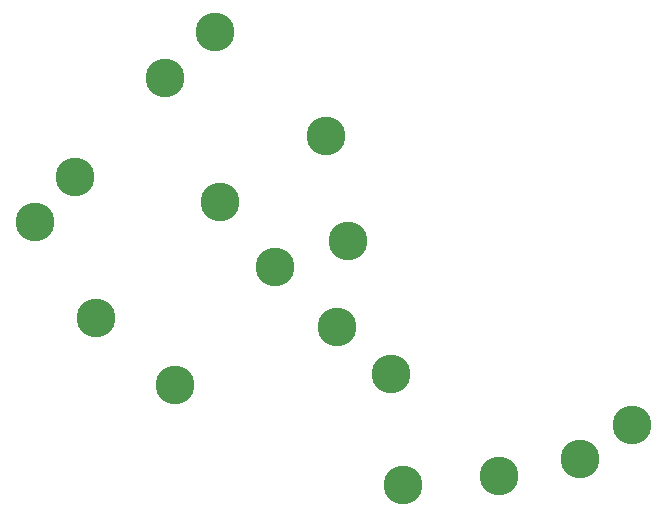
<source format=gbr>
%TF.GenerationSoftware,KiCad,Pcbnew,8.0.5*%
%TF.CreationDate,2024-12-13T13:51:08-05:00*%
%TF.ProjectId,GRRCoaster,47525243-6f61-4737-9465-722e6b696361,rev?*%
%TF.SameCoordinates,Original*%
%TF.FileFunction,Soldermask,Bot*%
%TF.FilePolarity,Negative*%
%FSLAX46Y46*%
G04 Gerber Fmt 4.6, Leading zero omitted, Abs format (unit mm)*
G04 Created by KiCad (PCBNEW 8.0.5) date 2024-12-13 13:51:08*
%MOMM*%
%LPD*%
G01*
G04 APERTURE LIST*
%ADD10C,3.290000*%
G04 APERTURE END LIST*
D10*
%TO.C,G1*%
X27322577Y-71607606D03*
X30722577Y-67807606D03*
X32422577Y-79707606D03*
X38322577Y-59407606D03*
X39122577Y-85407606D03*
X42522577Y-55507606D03*
X42922577Y-69907606D03*
X47622577Y-75407606D03*
X51922577Y-64307606D03*
X52822577Y-80507606D03*
X53822577Y-73207606D03*
X57422577Y-84507606D03*
X58422577Y-93907606D03*
X66622577Y-93107606D03*
X73422577Y-91707606D03*
X77822577Y-88807606D03*
%TD*%
M02*

</source>
